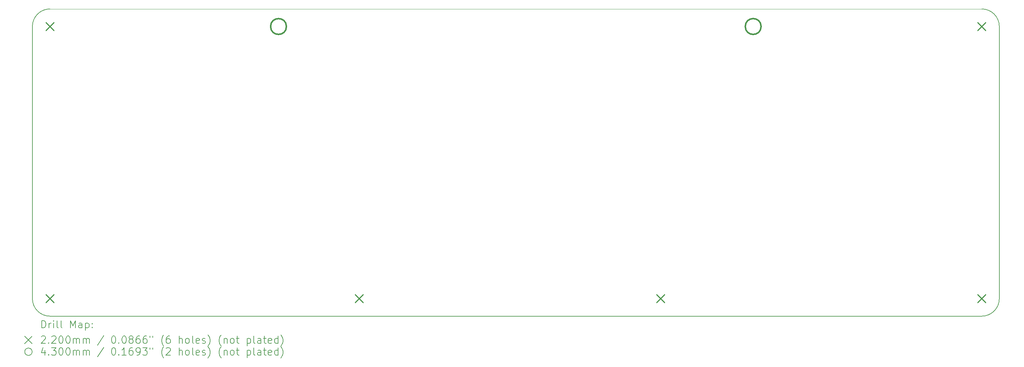
<source format=gbr>
%TF.GenerationSoftware,KiCad,Pcbnew,9.0.0*%
%TF.CreationDate,2025-03-21T09:46:36+01:00*%
%TF.ProjectId,litl_base,6c69746c-5f62-4617-9365-2e6b69636164,rev?*%
%TF.SameCoordinates,Original*%
%TF.FileFunction,Drillmap*%
%TF.FilePolarity,Positive*%
%FSLAX45Y45*%
G04 Gerber Fmt 4.5, Leading zero omitted, Abs format (unit mm)*
G04 Created by KiCad (PCBNEW 9.0.0) date 2025-03-21 09:46:36*
%MOMM*%
%LPD*%
G01*
G04 APERTURE LIST*
%ADD10C,0.150000*%
%ADD11C,0.100000*%
%ADD12C,0.200000*%
%ADD13C,0.220000*%
%ADD14C,0.430000*%
G04 APERTURE END LIST*
D10*
X2387500Y-14325000D02*
X27695000Y-14325000D01*
X28172500Y-13847500D02*
G75*
G02*
X27695000Y-14325000I-477500J0D01*
G01*
X2387500Y-14325000D02*
G75*
G02*
X1910000Y-13847500I0J477500D01*
G01*
X28172500Y-13847500D02*
X28172500Y-6446250D01*
X1910000Y-13847500D02*
X1910000Y-6446250D01*
X1910000Y-6446250D02*
G75*
G02*
X2387500Y-5968750I477500J0D01*
G01*
D11*
X2387500Y-5968750D02*
X27695000Y-5968750D01*
D10*
X27695000Y-5968750D02*
G75*
G02*
X28172500Y-6446250I0J-477500D01*
G01*
D12*
D13*
X2277500Y-6336250D02*
X2497500Y-6556250D01*
X2497500Y-6336250D02*
X2277500Y-6556250D01*
X2277500Y-13737500D02*
X2497500Y-13957500D01*
X2497500Y-13737500D02*
X2277500Y-13957500D01*
X10675410Y-13737500D02*
X10895410Y-13957500D01*
X10895410Y-13737500D02*
X10675410Y-13957500D01*
X18862080Y-13737500D02*
X19082080Y-13957500D01*
X19082080Y-13737500D02*
X18862080Y-13957500D01*
X27585000Y-6336250D02*
X27805000Y-6556250D01*
X27805000Y-6336250D02*
X27585000Y-6556250D01*
X27585000Y-13737500D02*
X27805000Y-13957500D01*
X27805000Y-13737500D02*
X27585000Y-13957500D01*
D14*
X8810000Y-6446250D02*
G75*
G02*
X8380000Y-6446250I-215000J0D01*
G01*
X8380000Y-6446250D02*
G75*
G02*
X8810000Y-6446250I215000J0D01*
G01*
X21702500Y-6446250D02*
G75*
G02*
X21272500Y-6446250I-215000J0D01*
G01*
X21272500Y-6446250D02*
G75*
G02*
X21702500Y-6446250I215000J0D01*
G01*
D12*
X2163277Y-14643984D02*
X2163277Y-14443984D01*
X2163277Y-14443984D02*
X2210896Y-14443984D01*
X2210896Y-14443984D02*
X2239467Y-14453508D01*
X2239467Y-14453508D02*
X2258515Y-14472555D01*
X2258515Y-14472555D02*
X2268039Y-14491603D01*
X2268039Y-14491603D02*
X2277563Y-14529698D01*
X2277563Y-14529698D02*
X2277563Y-14558269D01*
X2277563Y-14558269D02*
X2268039Y-14596365D01*
X2268039Y-14596365D02*
X2258515Y-14615412D01*
X2258515Y-14615412D02*
X2239467Y-14634460D01*
X2239467Y-14634460D02*
X2210896Y-14643984D01*
X2210896Y-14643984D02*
X2163277Y-14643984D01*
X2363277Y-14643984D02*
X2363277Y-14510650D01*
X2363277Y-14548746D02*
X2372801Y-14529698D01*
X2372801Y-14529698D02*
X2382324Y-14520174D01*
X2382324Y-14520174D02*
X2401372Y-14510650D01*
X2401372Y-14510650D02*
X2420420Y-14510650D01*
X2487086Y-14643984D02*
X2487086Y-14510650D01*
X2487086Y-14443984D02*
X2477563Y-14453508D01*
X2477563Y-14453508D02*
X2487086Y-14463031D01*
X2487086Y-14463031D02*
X2496610Y-14453508D01*
X2496610Y-14453508D02*
X2487086Y-14443984D01*
X2487086Y-14443984D02*
X2487086Y-14463031D01*
X2610896Y-14643984D02*
X2591848Y-14634460D01*
X2591848Y-14634460D02*
X2582324Y-14615412D01*
X2582324Y-14615412D02*
X2582324Y-14443984D01*
X2715658Y-14643984D02*
X2696610Y-14634460D01*
X2696610Y-14634460D02*
X2687086Y-14615412D01*
X2687086Y-14615412D02*
X2687086Y-14443984D01*
X2944229Y-14643984D02*
X2944229Y-14443984D01*
X2944229Y-14443984D02*
X3010896Y-14586841D01*
X3010896Y-14586841D02*
X3077562Y-14443984D01*
X3077562Y-14443984D02*
X3077562Y-14643984D01*
X3258515Y-14643984D02*
X3258515Y-14539222D01*
X3258515Y-14539222D02*
X3248991Y-14520174D01*
X3248991Y-14520174D02*
X3229943Y-14510650D01*
X3229943Y-14510650D02*
X3191848Y-14510650D01*
X3191848Y-14510650D02*
X3172801Y-14520174D01*
X3258515Y-14634460D02*
X3239467Y-14643984D01*
X3239467Y-14643984D02*
X3191848Y-14643984D01*
X3191848Y-14643984D02*
X3172801Y-14634460D01*
X3172801Y-14634460D02*
X3163277Y-14615412D01*
X3163277Y-14615412D02*
X3163277Y-14596365D01*
X3163277Y-14596365D02*
X3172801Y-14577317D01*
X3172801Y-14577317D02*
X3191848Y-14567793D01*
X3191848Y-14567793D02*
X3239467Y-14567793D01*
X3239467Y-14567793D02*
X3258515Y-14558269D01*
X3353753Y-14510650D02*
X3353753Y-14710650D01*
X3353753Y-14520174D02*
X3372801Y-14510650D01*
X3372801Y-14510650D02*
X3410896Y-14510650D01*
X3410896Y-14510650D02*
X3429943Y-14520174D01*
X3429943Y-14520174D02*
X3439467Y-14529698D01*
X3439467Y-14529698D02*
X3448991Y-14548746D01*
X3448991Y-14548746D02*
X3448991Y-14605888D01*
X3448991Y-14605888D02*
X3439467Y-14624936D01*
X3439467Y-14624936D02*
X3429943Y-14634460D01*
X3429943Y-14634460D02*
X3410896Y-14643984D01*
X3410896Y-14643984D02*
X3372801Y-14643984D01*
X3372801Y-14643984D02*
X3353753Y-14634460D01*
X3534705Y-14624936D02*
X3544229Y-14634460D01*
X3544229Y-14634460D02*
X3534705Y-14643984D01*
X3534705Y-14643984D02*
X3525182Y-14634460D01*
X3525182Y-14634460D02*
X3534705Y-14624936D01*
X3534705Y-14624936D02*
X3534705Y-14643984D01*
X3534705Y-14520174D02*
X3544229Y-14529698D01*
X3544229Y-14529698D02*
X3534705Y-14539222D01*
X3534705Y-14539222D02*
X3525182Y-14529698D01*
X3525182Y-14529698D02*
X3534705Y-14520174D01*
X3534705Y-14520174D02*
X3534705Y-14539222D01*
X1702500Y-14872500D02*
X1902500Y-15072500D01*
X1902500Y-14872500D02*
X1702500Y-15072500D01*
X2153753Y-14883031D02*
X2163277Y-14873508D01*
X2163277Y-14873508D02*
X2182324Y-14863984D01*
X2182324Y-14863984D02*
X2229944Y-14863984D01*
X2229944Y-14863984D02*
X2248991Y-14873508D01*
X2248991Y-14873508D02*
X2258515Y-14883031D01*
X2258515Y-14883031D02*
X2268039Y-14902079D01*
X2268039Y-14902079D02*
X2268039Y-14921127D01*
X2268039Y-14921127D02*
X2258515Y-14949698D01*
X2258515Y-14949698D02*
X2144229Y-15063984D01*
X2144229Y-15063984D02*
X2268039Y-15063984D01*
X2353753Y-15044936D02*
X2363277Y-15054460D01*
X2363277Y-15054460D02*
X2353753Y-15063984D01*
X2353753Y-15063984D02*
X2344229Y-15054460D01*
X2344229Y-15054460D02*
X2353753Y-15044936D01*
X2353753Y-15044936D02*
X2353753Y-15063984D01*
X2439467Y-14883031D02*
X2448991Y-14873508D01*
X2448991Y-14873508D02*
X2468039Y-14863984D01*
X2468039Y-14863984D02*
X2515658Y-14863984D01*
X2515658Y-14863984D02*
X2534705Y-14873508D01*
X2534705Y-14873508D02*
X2544229Y-14883031D01*
X2544229Y-14883031D02*
X2553753Y-14902079D01*
X2553753Y-14902079D02*
X2553753Y-14921127D01*
X2553753Y-14921127D02*
X2544229Y-14949698D01*
X2544229Y-14949698D02*
X2429944Y-15063984D01*
X2429944Y-15063984D02*
X2553753Y-15063984D01*
X2677563Y-14863984D02*
X2696610Y-14863984D01*
X2696610Y-14863984D02*
X2715658Y-14873508D01*
X2715658Y-14873508D02*
X2725182Y-14883031D01*
X2725182Y-14883031D02*
X2734705Y-14902079D01*
X2734705Y-14902079D02*
X2744229Y-14940174D01*
X2744229Y-14940174D02*
X2744229Y-14987793D01*
X2744229Y-14987793D02*
X2734705Y-15025888D01*
X2734705Y-15025888D02*
X2725182Y-15044936D01*
X2725182Y-15044936D02*
X2715658Y-15054460D01*
X2715658Y-15054460D02*
X2696610Y-15063984D01*
X2696610Y-15063984D02*
X2677563Y-15063984D01*
X2677563Y-15063984D02*
X2658515Y-15054460D01*
X2658515Y-15054460D02*
X2648991Y-15044936D01*
X2648991Y-15044936D02*
X2639467Y-15025888D01*
X2639467Y-15025888D02*
X2629944Y-14987793D01*
X2629944Y-14987793D02*
X2629944Y-14940174D01*
X2629944Y-14940174D02*
X2639467Y-14902079D01*
X2639467Y-14902079D02*
X2648991Y-14883031D01*
X2648991Y-14883031D02*
X2658515Y-14873508D01*
X2658515Y-14873508D02*
X2677563Y-14863984D01*
X2868039Y-14863984D02*
X2887086Y-14863984D01*
X2887086Y-14863984D02*
X2906134Y-14873508D01*
X2906134Y-14873508D02*
X2915658Y-14883031D01*
X2915658Y-14883031D02*
X2925182Y-14902079D01*
X2925182Y-14902079D02*
X2934705Y-14940174D01*
X2934705Y-14940174D02*
X2934705Y-14987793D01*
X2934705Y-14987793D02*
X2925182Y-15025888D01*
X2925182Y-15025888D02*
X2915658Y-15044936D01*
X2915658Y-15044936D02*
X2906134Y-15054460D01*
X2906134Y-15054460D02*
X2887086Y-15063984D01*
X2887086Y-15063984D02*
X2868039Y-15063984D01*
X2868039Y-15063984D02*
X2848991Y-15054460D01*
X2848991Y-15054460D02*
X2839467Y-15044936D01*
X2839467Y-15044936D02*
X2829943Y-15025888D01*
X2829943Y-15025888D02*
X2820420Y-14987793D01*
X2820420Y-14987793D02*
X2820420Y-14940174D01*
X2820420Y-14940174D02*
X2829943Y-14902079D01*
X2829943Y-14902079D02*
X2839467Y-14883031D01*
X2839467Y-14883031D02*
X2848991Y-14873508D01*
X2848991Y-14873508D02*
X2868039Y-14863984D01*
X3020420Y-15063984D02*
X3020420Y-14930650D01*
X3020420Y-14949698D02*
X3029943Y-14940174D01*
X3029943Y-14940174D02*
X3048991Y-14930650D01*
X3048991Y-14930650D02*
X3077563Y-14930650D01*
X3077563Y-14930650D02*
X3096610Y-14940174D01*
X3096610Y-14940174D02*
X3106134Y-14959222D01*
X3106134Y-14959222D02*
X3106134Y-15063984D01*
X3106134Y-14959222D02*
X3115658Y-14940174D01*
X3115658Y-14940174D02*
X3134705Y-14930650D01*
X3134705Y-14930650D02*
X3163277Y-14930650D01*
X3163277Y-14930650D02*
X3182324Y-14940174D01*
X3182324Y-14940174D02*
X3191848Y-14959222D01*
X3191848Y-14959222D02*
X3191848Y-15063984D01*
X3287086Y-15063984D02*
X3287086Y-14930650D01*
X3287086Y-14949698D02*
X3296610Y-14940174D01*
X3296610Y-14940174D02*
X3315658Y-14930650D01*
X3315658Y-14930650D02*
X3344229Y-14930650D01*
X3344229Y-14930650D02*
X3363277Y-14940174D01*
X3363277Y-14940174D02*
X3372801Y-14959222D01*
X3372801Y-14959222D02*
X3372801Y-15063984D01*
X3372801Y-14959222D02*
X3382324Y-14940174D01*
X3382324Y-14940174D02*
X3401372Y-14930650D01*
X3401372Y-14930650D02*
X3429943Y-14930650D01*
X3429943Y-14930650D02*
X3448991Y-14940174D01*
X3448991Y-14940174D02*
X3458515Y-14959222D01*
X3458515Y-14959222D02*
X3458515Y-15063984D01*
X3848991Y-14854460D02*
X3677563Y-15111603D01*
X4106134Y-14863984D02*
X4125182Y-14863984D01*
X4125182Y-14863984D02*
X4144229Y-14873508D01*
X4144229Y-14873508D02*
X4153753Y-14883031D01*
X4153753Y-14883031D02*
X4163277Y-14902079D01*
X4163277Y-14902079D02*
X4172801Y-14940174D01*
X4172801Y-14940174D02*
X4172801Y-14987793D01*
X4172801Y-14987793D02*
X4163277Y-15025888D01*
X4163277Y-15025888D02*
X4153753Y-15044936D01*
X4153753Y-15044936D02*
X4144229Y-15054460D01*
X4144229Y-15054460D02*
X4125182Y-15063984D01*
X4125182Y-15063984D02*
X4106134Y-15063984D01*
X4106134Y-15063984D02*
X4087086Y-15054460D01*
X4087086Y-15054460D02*
X4077563Y-15044936D01*
X4077563Y-15044936D02*
X4068039Y-15025888D01*
X4068039Y-15025888D02*
X4058515Y-14987793D01*
X4058515Y-14987793D02*
X4058515Y-14940174D01*
X4058515Y-14940174D02*
X4068039Y-14902079D01*
X4068039Y-14902079D02*
X4077563Y-14883031D01*
X4077563Y-14883031D02*
X4087086Y-14873508D01*
X4087086Y-14873508D02*
X4106134Y-14863984D01*
X4258515Y-15044936D02*
X4268039Y-15054460D01*
X4268039Y-15054460D02*
X4258515Y-15063984D01*
X4258515Y-15063984D02*
X4248991Y-15054460D01*
X4248991Y-15054460D02*
X4258515Y-15044936D01*
X4258515Y-15044936D02*
X4258515Y-15063984D01*
X4391848Y-14863984D02*
X4410896Y-14863984D01*
X4410896Y-14863984D02*
X4429944Y-14873508D01*
X4429944Y-14873508D02*
X4439468Y-14883031D01*
X4439468Y-14883031D02*
X4448991Y-14902079D01*
X4448991Y-14902079D02*
X4458515Y-14940174D01*
X4458515Y-14940174D02*
X4458515Y-14987793D01*
X4458515Y-14987793D02*
X4448991Y-15025888D01*
X4448991Y-15025888D02*
X4439468Y-15044936D01*
X4439468Y-15044936D02*
X4429944Y-15054460D01*
X4429944Y-15054460D02*
X4410896Y-15063984D01*
X4410896Y-15063984D02*
X4391848Y-15063984D01*
X4391848Y-15063984D02*
X4372801Y-15054460D01*
X4372801Y-15054460D02*
X4363277Y-15044936D01*
X4363277Y-15044936D02*
X4353753Y-15025888D01*
X4353753Y-15025888D02*
X4344229Y-14987793D01*
X4344229Y-14987793D02*
X4344229Y-14940174D01*
X4344229Y-14940174D02*
X4353753Y-14902079D01*
X4353753Y-14902079D02*
X4363277Y-14883031D01*
X4363277Y-14883031D02*
X4372801Y-14873508D01*
X4372801Y-14873508D02*
X4391848Y-14863984D01*
X4572801Y-14949698D02*
X4553753Y-14940174D01*
X4553753Y-14940174D02*
X4544229Y-14930650D01*
X4544229Y-14930650D02*
X4534706Y-14911603D01*
X4534706Y-14911603D02*
X4534706Y-14902079D01*
X4534706Y-14902079D02*
X4544229Y-14883031D01*
X4544229Y-14883031D02*
X4553753Y-14873508D01*
X4553753Y-14873508D02*
X4572801Y-14863984D01*
X4572801Y-14863984D02*
X4610896Y-14863984D01*
X4610896Y-14863984D02*
X4629944Y-14873508D01*
X4629944Y-14873508D02*
X4639468Y-14883031D01*
X4639468Y-14883031D02*
X4648991Y-14902079D01*
X4648991Y-14902079D02*
X4648991Y-14911603D01*
X4648991Y-14911603D02*
X4639468Y-14930650D01*
X4639468Y-14930650D02*
X4629944Y-14940174D01*
X4629944Y-14940174D02*
X4610896Y-14949698D01*
X4610896Y-14949698D02*
X4572801Y-14949698D01*
X4572801Y-14949698D02*
X4553753Y-14959222D01*
X4553753Y-14959222D02*
X4544229Y-14968746D01*
X4544229Y-14968746D02*
X4534706Y-14987793D01*
X4534706Y-14987793D02*
X4534706Y-15025888D01*
X4534706Y-15025888D02*
X4544229Y-15044936D01*
X4544229Y-15044936D02*
X4553753Y-15054460D01*
X4553753Y-15054460D02*
X4572801Y-15063984D01*
X4572801Y-15063984D02*
X4610896Y-15063984D01*
X4610896Y-15063984D02*
X4629944Y-15054460D01*
X4629944Y-15054460D02*
X4639468Y-15044936D01*
X4639468Y-15044936D02*
X4648991Y-15025888D01*
X4648991Y-15025888D02*
X4648991Y-14987793D01*
X4648991Y-14987793D02*
X4639468Y-14968746D01*
X4639468Y-14968746D02*
X4629944Y-14959222D01*
X4629944Y-14959222D02*
X4610896Y-14949698D01*
X4820420Y-14863984D02*
X4782325Y-14863984D01*
X4782325Y-14863984D02*
X4763277Y-14873508D01*
X4763277Y-14873508D02*
X4753753Y-14883031D01*
X4753753Y-14883031D02*
X4734706Y-14911603D01*
X4734706Y-14911603D02*
X4725182Y-14949698D01*
X4725182Y-14949698D02*
X4725182Y-15025888D01*
X4725182Y-15025888D02*
X4734706Y-15044936D01*
X4734706Y-15044936D02*
X4744229Y-15054460D01*
X4744229Y-15054460D02*
X4763277Y-15063984D01*
X4763277Y-15063984D02*
X4801372Y-15063984D01*
X4801372Y-15063984D02*
X4820420Y-15054460D01*
X4820420Y-15054460D02*
X4829944Y-15044936D01*
X4829944Y-15044936D02*
X4839468Y-15025888D01*
X4839468Y-15025888D02*
X4839468Y-14978269D01*
X4839468Y-14978269D02*
X4829944Y-14959222D01*
X4829944Y-14959222D02*
X4820420Y-14949698D01*
X4820420Y-14949698D02*
X4801372Y-14940174D01*
X4801372Y-14940174D02*
X4763277Y-14940174D01*
X4763277Y-14940174D02*
X4744229Y-14949698D01*
X4744229Y-14949698D02*
X4734706Y-14959222D01*
X4734706Y-14959222D02*
X4725182Y-14978269D01*
X5010896Y-14863984D02*
X4972801Y-14863984D01*
X4972801Y-14863984D02*
X4953753Y-14873508D01*
X4953753Y-14873508D02*
X4944229Y-14883031D01*
X4944229Y-14883031D02*
X4925182Y-14911603D01*
X4925182Y-14911603D02*
X4915658Y-14949698D01*
X4915658Y-14949698D02*
X4915658Y-15025888D01*
X4915658Y-15025888D02*
X4925182Y-15044936D01*
X4925182Y-15044936D02*
X4934706Y-15054460D01*
X4934706Y-15054460D02*
X4953753Y-15063984D01*
X4953753Y-15063984D02*
X4991849Y-15063984D01*
X4991849Y-15063984D02*
X5010896Y-15054460D01*
X5010896Y-15054460D02*
X5020420Y-15044936D01*
X5020420Y-15044936D02*
X5029944Y-15025888D01*
X5029944Y-15025888D02*
X5029944Y-14978269D01*
X5029944Y-14978269D02*
X5020420Y-14959222D01*
X5020420Y-14959222D02*
X5010896Y-14949698D01*
X5010896Y-14949698D02*
X4991849Y-14940174D01*
X4991849Y-14940174D02*
X4953753Y-14940174D01*
X4953753Y-14940174D02*
X4934706Y-14949698D01*
X4934706Y-14949698D02*
X4925182Y-14959222D01*
X4925182Y-14959222D02*
X4915658Y-14978269D01*
X5106134Y-14863984D02*
X5106134Y-14902079D01*
X5182325Y-14863984D02*
X5182325Y-14902079D01*
X5477563Y-15140174D02*
X5468039Y-15130650D01*
X5468039Y-15130650D02*
X5448991Y-15102079D01*
X5448991Y-15102079D02*
X5439468Y-15083031D01*
X5439468Y-15083031D02*
X5429944Y-15054460D01*
X5429944Y-15054460D02*
X5420420Y-15006841D01*
X5420420Y-15006841D02*
X5420420Y-14968746D01*
X5420420Y-14968746D02*
X5429944Y-14921127D01*
X5429944Y-14921127D02*
X5439468Y-14892555D01*
X5439468Y-14892555D02*
X5448991Y-14873508D01*
X5448991Y-14873508D02*
X5468039Y-14844936D01*
X5468039Y-14844936D02*
X5477563Y-14835412D01*
X5639468Y-14863984D02*
X5601372Y-14863984D01*
X5601372Y-14863984D02*
X5582325Y-14873508D01*
X5582325Y-14873508D02*
X5572801Y-14883031D01*
X5572801Y-14883031D02*
X5553753Y-14911603D01*
X5553753Y-14911603D02*
X5544230Y-14949698D01*
X5544230Y-14949698D02*
X5544230Y-15025888D01*
X5544230Y-15025888D02*
X5553753Y-15044936D01*
X5553753Y-15044936D02*
X5563277Y-15054460D01*
X5563277Y-15054460D02*
X5582325Y-15063984D01*
X5582325Y-15063984D02*
X5620420Y-15063984D01*
X5620420Y-15063984D02*
X5639468Y-15054460D01*
X5639468Y-15054460D02*
X5648991Y-15044936D01*
X5648991Y-15044936D02*
X5658515Y-15025888D01*
X5658515Y-15025888D02*
X5658515Y-14978269D01*
X5658515Y-14978269D02*
X5648991Y-14959222D01*
X5648991Y-14959222D02*
X5639468Y-14949698D01*
X5639468Y-14949698D02*
X5620420Y-14940174D01*
X5620420Y-14940174D02*
X5582325Y-14940174D01*
X5582325Y-14940174D02*
X5563277Y-14949698D01*
X5563277Y-14949698D02*
X5553753Y-14959222D01*
X5553753Y-14959222D02*
X5544230Y-14978269D01*
X5896610Y-15063984D02*
X5896610Y-14863984D01*
X5982325Y-15063984D02*
X5982325Y-14959222D01*
X5982325Y-14959222D02*
X5972801Y-14940174D01*
X5972801Y-14940174D02*
X5953753Y-14930650D01*
X5953753Y-14930650D02*
X5925182Y-14930650D01*
X5925182Y-14930650D02*
X5906134Y-14940174D01*
X5906134Y-14940174D02*
X5896610Y-14949698D01*
X6106134Y-15063984D02*
X6087087Y-15054460D01*
X6087087Y-15054460D02*
X6077563Y-15044936D01*
X6077563Y-15044936D02*
X6068039Y-15025888D01*
X6068039Y-15025888D02*
X6068039Y-14968746D01*
X6068039Y-14968746D02*
X6077563Y-14949698D01*
X6077563Y-14949698D02*
X6087087Y-14940174D01*
X6087087Y-14940174D02*
X6106134Y-14930650D01*
X6106134Y-14930650D02*
X6134706Y-14930650D01*
X6134706Y-14930650D02*
X6153753Y-14940174D01*
X6153753Y-14940174D02*
X6163277Y-14949698D01*
X6163277Y-14949698D02*
X6172801Y-14968746D01*
X6172801Y-14968746D02*
X6172801Y-15025888D01*
X6172801Y-15025888D02*
X6163277Y-15044936D01*
X6163277Y-15044936D02*
X6153753Y-15054460D01*
X6153753Y-15054460D02*
X6134706Y-15063984D01*
X6134706Y-15063984D02*
X6106134Y-15063984D01*
X6287087Y-15063984D02*
X6268039Y-15054460D01*
X6268039Y-15054460D02*
X6258515Y-15035412D01*
X6258515Y-15035412D02*
X6258515Y-14863984D01*
X6439468Y-15054460D02*
X6420420Y-15063984D01*
X6420420Y-15063984D02*
X6382325Y-15063984D01*
X6382325Y-15063984D02*
X6363277Y-15054460D01*
X6363277Y-15054460D02*
X6353753Y-15035412D01*
X6353753Y-15035412D02*
X6353753Y-14959222D01*
X6353753Y-14959222D02*
X6363277Y-14940174D01*
X6363277Y-14940174D02*
X6382325Y-14930650D01*
X6382325Y-14930650D02*
X6420420Y-14930650D01*
X6420420Y-14930650D02*
X6439468Y-14940174D01*
X6439468Y-14940174D02*
X6448991Y-14959222D01*
X6448991Y-14959222D02*
X6448991Y-14978269D01*
X6448991Y-14978269D02*
X6353753Y-14997317D01*
X6525182Y-15054460D02*
X6544230Y-15063984D01*
X6544230Y-15063984D02*
X6582325Y-15063984D01*
X6582325Y-15063984D02*
X6601372Y-15054460D01*
X6601372Y-15054460D02*
X6610896Y-15035412D01*
X6610896Y-15035412D02*
X6610896Y-15025888D01*
X6610896Y-15025888D02*
X6601372Y-15006841D01*
X6601372Y-15006841D02*
X6582325Y-14997317D01*
X6582325Y-14997317D02*
X6553753Y-14997317D01*
X6553753Y-14997317D02*
X6534706Y-14987793D01*
X6534706Y-14987793D02*
X6525182Y-14968746D01*
X6525182Y-14968746D02*
X6525182Y-14959222D01*
X6525182Y-14959222D02*
X6534706Y-14940174D01*
X6534706Y-14940174D02*
X6553753Y-14930650D01*
X6553753Y-14930650D02*
X6582325Y-14930650D01*
X6582325Y-14930650D02*
X6601372Y-14940174D01*
X6677563Y-15140174D02*
X6687087Y-15130650D01*
X6687087Y-15130650D02*
X6706134Y-15102079D01*
X6706134Y-15102079D02*
X6715658Y-15083031D01*
X6715658Y-15083031D02*
X6725182Y-15054460D01*
X6725182Y-15054460D02*
X6734706Y-15006841D01*
X6734706Y-15006841D02*
X6734706Y-14968746D01*
X6734706Y-14968746D02*
X6725182Y-14921127D01*
X6725182Y-14921127D02*
X6715658Y-14892555D01*
X6715658Y-14892555D02*
X6706134Y-14873508D01*
X6706134Y-14873508D02*
X6687087Y-14844936D01*
X6687087Y-14844936D02*
X6677563Y-14835412D01*
X7039468Y-15140174D02*
X7029944Y-15130650D01*
X7029944Y-15130650D02*
X7010896Y-15102079D01*
X7010896Y-15102079D02*
X7001372Y-15083031D01*
X7001372Y-15083031D02*
X6991849Y-15054460D01*
X6991849Y-15054460D02*
X6982325Y-15006841D01*
X6982325Y-15006841D02*
X6982325Y-14968746D01*
X6982325Y-14968746D02*
X6991849Y-14921127D01*
X6991849Y-14921127D02*
X7001372Y-14892555D01*
X7001372Y-14892555D02*
X7010896Y-14873508D01*
X7010896Y-14873508D02*
X7029944Y-14844936D01*
X7029944Y-14844936D02*
X7039468Y-14835412D01*
X7115658Y-14930650D02*
X7115658Y-15063984D01*
X7115658Y-14949698D02*
X7125182Y-14940174D01*
X7125182Y-14940174D02*
X7144230Y-14930650D01*
X7144230Y-14930650D02*
X7172801Y-14930650D01*
X7172801Y-14930650D02*
X7191849Y-14940174D01*
X7191849Y-14940174D02*
X7201372Y-14959222D01*
X7201372Y-14959222D02*
X7201372Y-15063984D01*
X7325182Y-15063984D02*
X7306134Y-15054460D01*
X7306134Y-15054460D02*
X7296611Y-15044936D01*
X7296611Y-15044936D02*
X7287087Y-15025888D01*
X7287087Y-15025888D02*
X7287087Y-14968746D01*
X7287087Y-14968746D02*
X7296611Y-14949698D01*
X7296611Y-14949698D02*
X7306134Y-14940174D01*
X7306134Y-14940174D02*
X7325182Y-14930650D01*
X7325182Y-14930650D02*
X7353753Y-14930650D01*
X7353753Y-14930650D02*
X7372801Y-14940174D01*
X7372801Y-14940174D02*
X7382325Y-14949698D01*
X7382325Y-14949698D02*
X7391849Y-14968746D01*
X7391849Y-14968746D02*
X7391849Y-15025888D01*
X7391849Y-15025888D02*
X7382325Y-15044936D01*
X7382325Y-15044936D02*
X7372801Y-15054460D01*
X7372801Y-15054460D02*
X7353753Y-15063984D01*
X7353753Y-15063984D02*
X7325182Y-15063984D01*
X7448992Y-14930650D02*
X7525182Y-14930650D01*
X7477563Y-14863984D02*
X7477563Y-15035412D01*
X7477563Y-15035412D02*
X7487087Y-15054460D01*
X7487087Y-15054460D02*
X7506134Y-15063984D01*
X7506134Y-15063984D02*
X7525182Y-15063984D01*
X7744230Y-14930650D02*
X7744230Y-15130650D01*
X7744230Y-14940174D02*
X7763277Y-14930650D01*
X7763277Y-14930650D02*
X7801373Y-14930650D01*
X7801373Y-14930650D02*
X7820420Y-14940174D01*
X7820420Y-14940174D02*
X7829944Y-14949698D01*
X7829944Y-14949698D02*
X7839468Y-14968746D01*
X7839468Y-14968746D02*
X7839468Y-15025888D01*
X7839468Y-15025888D02*
X7829944Y-15044936D01*
X7829944Y-15044936D02*
X7820420Y-15054460D01*
X7820420Y-15054460D02*
X7801373Y-15063984D01*
X7801373Y-15063984D02*
X7763277Y-15063984D01*
X7763277Y-15063984D02*
X7744230Y-15054460D01*
X7953753Y-15063984D02*
X7934706Y-15054460D01*
X7934706Y-15054460D02*
X7925182Y-15035412D01*
X7925182Y-15035412D02*
X7925182Y-14863984D01*
X8115658Y-15063984D02*
X8115658Y-14959222D01*
X8115658Y-14959222D02*
X8106134Y-14940174D01*
X8106134Y-14940174D02*
X8087087Y-14930650D01*
X8087087Y-14930650D02*
X8048992Y-14930650D01*
X8048992Y-14930650D02*
X8029944Y-14940174D01*
X8115658Y-15054460D02*
X8096611Y-15063984D01*
X8096611Y-15063984D02*
X8048992Y-15063984D01*
X8048992Y-15063984D02*
X8029944Y-15054460D01*
X8029944Y-15054460D02*
X8020420Y-15035412D01*
X8020420Y-15035412D02*
X8020420Y-15016365D01*
X8020420Y-15016365D02*
X8029944Y-14997317D01*
X8029944Y-14997317D02*
X8048992Y-14987793D01*
X8048992Y-14987793D02*
X8096611Y-14987793D01*
X8096611Y-14987793D02*
X8115658Y-14978269D01*
X8182325Y-14930650D02*
X8258515Y-14930650D01*
X8210896Y-14863984D02*
X8210896Y-15035412D01*
X8210896Y-15035412D02*
X8220420Y-15054460D01*
X8220420Y-15054460D02*
X8239468Y-15063984D01*
X8239468Y-15063984D02*
X8258515Y-15063984D01*
X8401373Y-15054460D02*
X8382325Y-15063984D01*
X8382325Y-15063984D02*
X8344230Y-15063984D01*
X8344230Y-15063984D02*
X8325182Y-15054460D01*
X8325182Y-15054460D02*
X8315658Y-15035412D01*
X8315658Y-15035412D02*
X8315658Y-14959222D01*
X8315658Y-14959222D02*
X8325182Y-14940174D01*
X8325182Y-14940174D02*
X8344230Y-14930650D01*
X8344230Y-14930650D02*
X8382325Y-14930650D01*
X8382325Y-14930650D02*
X8401373Y-14940174D01*
X8401373Y-14940174D02*
X8410896Y-14959222D01*
X8410896Y-14959222D02*
X8410896Y-14978269D01*
X8410896Y-14978269D02*
X8315658Y-14997317D01*
X8582325Y-15063984D02*
X8582325Y-14863984D01*
X8582325Y-15054460D02*
X8563277Y-15063984D01*
X8563277Y-15063984D02*
X8525182Y-15063984D01*
X8525182Y-15063984D02*
X8506135Y-15054460D01*
X8506135Y-15054460D02*
X8496611Y-15044936D01*
X8496611Y-15044936D02*
X8487087Y-15025888D01*
X8487087Y-15025888D02*
X8487087Y-14968746D01*
X8487087Y-14968746D02*
X8496611Y-14949698D01*
X8496611Y-14949698D02*
X8506135Y-14940174D01*
X8506135Y-14940174D02*
X8525182Y-14930650D01*
X8525182Y-14930650D02*
X8563277Y-14930650D01*
X8563277Y-14930650D02*
X8582325Y-14940174D01*
X8658516Y-15140174D02*
X8668039Y-15130650D01*
X8668039Y-15130650D02*
X8687087Y-15102079D01*
X8687087Y-15102079D02*
X8696611Y-15083031D01*
X8696611Y-15083031D02*
X8706135Y-15054460D01*
X8706135Y-15054460D02*
X8715658Y-15006841D01*
X8715658Y-15006841D02*
X8715658Y-14968746D01*
X8715658Y-14968746D02*
X8706135Y-14921127D01*
X8706135Y-14921127D02*
X8696611Y-14892555D01*
X8696611Y-14892555D02*
X8687087Y-14873508D01*
X8687087Y-14873508D02*
X8668039Y-14844936D01*
X8668039Y-14844936D02*
X8658516Y-14835412D01*
X1902500Y-15292500D02*
G75*
G02*
X1702500Y-15292500I-100000J0D01*
G01*
X1702500Y-15292500D02*
G75*
G02*
X1902500Y-15292500I100000J0D01*
G01*
X2248991Y-15250650D02*
X2248991Y-15383984D01*
X2201372Y-15174460D02*
X2153753Y-15317317D01*
X2153753Y-15317317D02*
X2277563Y-15317317D01*
X2353753Y-15364936D02*
X2363277Y-15374460D01*
X2363277Y-15374460D02*
X2353753Y-15383984D01*
X2353753Y-15383984D02*
X2344229Y-15374460D01*
X2344229Y-15374460D02*
X2353753Y-15364936D01*
X2353753Y-15364936D02*
X2353753Y-15383984D01*
X2429944Y-15183984D02*
X2553753Y-15183984D01*
X2553753Y-15183984D02*
X2487086Y-15260174D01*
X2487086Y-15260174D02*
X2515658Y-15260174D01*
X2515658Y-15260174D02*
X2534705Y-15269698D01*
X2534705Y-15269698D02*
X2544229Y-15279222D01*
X2544229Y-15279222D02*
X2553753Y-15298269D01*
X2553753Y-15298269D02*
X2553753Y-15345888D01*
X2553753Y-15345888D02*
X2544229Y-15364936D01*
X2544229Y-15364936D02*
X2534705Y-15374460D01*
X2534705Y-15374460D02*
X2515658Y-15383984D01*
X2515658Y-15383984D02*
X2458515Y-15383984D01*
X2458515Y-15383984D02*
X2439467Y-15374460D01*
X2439467Y-15374460D02*
X2429944Y-15364936D01*
X2677563Y-15183984D02*
X2696610Y-15183984D01*
X2696610Y-15183984D02*
X2715658Y-15193508D01*
X2715658Y-15193508D02*
X2725182Y-15203031D01*
X2725182Y-15203031D02*
X2734705Y-15222079D01*
X2734705Y-15222079D02*
X2744229Y-15260174D01*
X2744229Y-15260174D02*
X2744229Y-15307793D01*
X2744229Y-15307793D02*
X2734705Y-15345888D01*
X2734705Y-15345888D02*
X2725182Y-15364936D01*
X2725182Y-15364936D02*
X2715658Y-15374460D01*
X2715658Y-15374460D02*
X2696610Y-15383984D01*
X2696610Y-15383984D02*
X2677563Y-15383984D01*
X2677563Y-15383984D02*
X2658515Y-15374460D01*
X2658515Y-15374460D02*
X2648991Y-15364936D01*
X2648991Y-15364936D02*
X2639467Y-15345888D01*
X2639467Y-15345888D02*
X2629944Y-15307793D01*
X2629944Y-15307793D02*
X2629944Y-15260174D01*
X2629944Y-15260174D02*
X2639467Y-15222079D01*
X2639467Y-15222079D02*
X2648991Y-15203031D01*
X2648991Y-15203031D02*
X2658515Y-15193508D01*
X2658515Y-15193508D02*
X2677563Y-15183984D01*
X2868039Y-15183984D02*
X2887086Y-15183984D01*
X2887086Y-15183984D02*
X2906134Y-15193508D01*
X2906134Y-15193508D02*
X2915658Y-15203031D01*
X2915658Y-15203031D02*
X2925182Y-15222079D01*
X2925182Y-15222079D02*
X2934705Y-15260174D01*
X2934705Y-15260174D02*
X2934705Y-15307793D01*
X2934705Y-15307793D02*
X2925182Y-15345888D01*
X2925182Y-15345888D02*
X2915658Y-15364936D01*
X2915658Y-15364936D02*
X2906134Y-15374460D01*
X2906134Y-15374460D02*
X2887086Y-15383984D01*
X2887086Y-15383984D02*
X2868039Y-15383984D01*
X2868039Y-15383984D02*
X2848991Y-15374460D01*
X2848991Y-15374460D02*
X2839467Y-15364936D01*
X2839467Y-15364936D02*
X2829943Y-15345888D01*
X2829943Y-15345888D02*
X2820420Y-15307793D01*
X2820420Y-15307793D02*
X2820420Y-15260174D01*
X2820420Y-15260174D02*
X2829943Y-15222079D01*
X2829943Y-15222079D02*
X2839467Y-15203031D01*
X2839467Y-15203031D02*
X2848991Y-15193508D01*
X2848991Y-15193508D02*
X2868039Y-15183984D01*
X3020420Y-15383984D02*
X3020420Y-15250650D01*
X3020420Y-15269698D02*
X3029943Y-15260174D01*
X3029943Y-15260174D02*
X3048991Y-15250650D01*
X3048991Y-15250650D02*
X3077563Y-15250650D01*
X3077563Y-15250650D02*
X3096610Y-15260174D01*
X3096610Y-15260174D02*
X3106134Y-15279222D01*
X3106134Y-15279222D02*
X3106134Y-15383984D01*
X3106134Y-15279222D02*
X3115658Y-15260174D01*
X3115658Y-15260174D02*
X3134705Y-15250650D01*
X3134705Y-15250650D02*
X3163277Y-15250650D01*
X3163277Y-15250650D02*
X3182324Y-15260174D01*
X3182324Y-15260174D02*
X3191848Y-15279222D01*
X3191848Y-15279222D02*
X3191848Y-15383984D01*
X3287086Y-15383984D02*
X3287086Y-15250650D01*
X3287086Y-15269698D02*
X3296610Y-15260174D01*
X3296610Y-15260174D02*
X3315658Y-15250650D01*
X3315658Y-15250650D02*
X3344229Y-15250650D01*
X3344229Y-15250650D02*
X3363277Y-15260174D01*
X3363277Y-15260174D02*
X3372801Y-15279222D01*
X3372801Y-15279222D02*
X3372801Y-15383984D01*
X3372801Y-15279222D02*
X3382324Y-15260174D01*
X3382324Y-15260174D02*
X3401372Y-15250650D01*
X3401372Y-15250650D02*
X3429943Y-15250650D01*
X3429943Y-15250650D02*
X3448991Y-15260174D01*
X3448991Y-15260174D02*
X3458515Y-15279222D01*
X3458515Y-15279222D02*
X3458515Y-15383984D01*
X3848991Y-15174460D02*
X3677563Y-15431603D01*
X4106134Y-15183984D02*
X4125182Y-15183984D01*
X4125182Y-15183984D02*
X4144229Y-15193508D01*
X4144229Y-15193508D02*
X4153753Y-15203031D01*
X4153753Y-15203031D02*
X4163277Y-15222079D01*
X4163277Y-15222079D02*
X4172801Y-15260174D01*
X4172801Y-15260174D02*
X4172801Y-15307793D01*
X4172801Y-15307793D02*
X4163277Y-15345888D01*
X4163277Y-15345888D02*
X4153753Y-15364936D01*
X4153753Y-15364936D02*
X4144229Y-15374460D01*
X4144229Y-15374460D02*
X4125182Y-15383984D01*
X4125182Y-15383984D02*
X4106134Y-15383984D01*
X4106134Y-15383984D02*
X4087086Y-15374460D01*
X4087086Y-15374460D02*
X4077563Y-15364936D01*
X4077563Y-15364936D02*
X4068039Y-15345888D01*
X4068039Y-15345888D02*
X4058515Y-15307793D01*
X4058515Y-15307793D02*
X4058515Y-15260174D01*
X4058515Y-15260174D02*
X4068039Y-15222079D01*
X4068039Y-15222079D02*
X4077563Y-15203031D01*
X4077563Y-15203031D02*
X4087086Y-15193508D01*
X4087086Y-15193508D02*
X4106134Y-15183984D01*
X4258515Y-15364936D02*
X4268039Y-15374460D01*
X4268039Y-15374460D02*
X4258515Y-15383984D01*
X4258515Y-15383984D02*
X4248991Y-15374460D01*
X4248991Y-15374460D02*
X4258515Y-15364936D01*
X4258515Y-15364936D02*
X4258515Y-15383984D01*
X4458515Y-15383984D02*
X4344229Y-15383984D01*
X4401372Y-15383984D02*
X4401372Y-15183984D01*
X4401372Y-15183984D02*
X4382325Y-15212555D01*
X4382325Y-15212555D02*
X4363277Y-15231603D01*
X4363277Y-15231603D02*
X4344229Y-15241127D01*
X4629944Y-15183984D02*
X4591848Y-15183984D01*
X4591848Y-15183984D02*
X4572801Y-15193508D01*
X4572801Y-15193508D02*
X4563277Y-15203031D01*
X4563277Y-15203031D02*
X4544229Y-15231603D01*
X4544229Y-15231603D02*
X4534706Y-15269698D01*
X4534706Y-15269698D02*
X4534706Y-15345888D01*
X4534706Y-15345888D02*
X4544229Y-15364936D01*
X4544229Y-15364936D02*
X4553753Y-15374460D01*
X4553753Y-15374460D02*
X4572801Y-15383984D01*
X4572801Y-15383984D02*
X4610896Y-15383984D01*
X4610896Y-15383984D02*
X4629944Y-15374460D01*
X4629944Y-15374460D02*
X4639468Y-15364936D01*
X4639468Y-15364936D02*
X4648991Y-15345888D01*
X4648991Y-15345888D02*
X4648991Y-15298269D01*
X4648991Y-15298269D02*
X4639468Y-15279222D01*
X4639468Y-15279222D02*
X4629944Y-15269698D01*
X4629944Y-15269698D02*
X4610896Y-15260174D01*
X4610896Y-15260174D02*
X4572801Y-15260174D01*
X4572801Y-15260174D02*
X4553753Y-15269698D01*
X4553753Y-15269698D02*
X4544229Y-15279222D01*
X4544229Y-15279222D02*
X4534706Y-15298269D01*
X4744229Y-15383984D02*
X4782325Y-15383984D01*
X4782325Y-15383984D02*
X4801372Y-15374460D01*
X4801372Y-15374460D02*
X4810896Y-15364936D01*
X4810896Y-15364936D02*
X4829944Y-15336365D01*
X4829944Y-15336365D02*
X4839468Y-15298269D01*
X4839468Y-15298269D02*
X4839468Y-15222079D01*
X4839468Y-15222079D02*
X4829944Y-15203031D01*
X4829944Y-15203031D02*
X4820420Y-15193508D01*
X4820420Y-15193508D02*
X4801372Y-15183984D01*
X4801372Y-15183984D02*
X4763277Y-15183984D01*
X4763277Y-15183984D02*
X4744229Y-15193508D01*
X4744229Y-15193508D02*
X4734706Y-15203031D01*
X4734706Y-15203031D02*
X4725182Y-15222079D01*
X4725182Y-15222079D02*
X4725182Y-15269698D01*
X4725182Y-15269698D02*
X4734706Y-15288746D01*
X4734706Y-15288746D02*
X4744229Y-15298269D01*
X4744229Y-15298269D02*
X4763277Y-15307793D01*
X4763277Y-15307793D02*
X4801372Y-15307793D01*
X4801372Y-15307793D02*
X4820420Y-15298269D01*
X4820420Y-15298269D02*
X4829944Y-15288746D01*
X4829944Y-15288746D02*
X4839468Y-15269698D01*
X4906134Y-15183984D02*
X5029944Y-15183984D01*
X5029944Y-15183984D02*
X4963277Y-15260174D01*
X4963277Y-15260174D02*
X4991849Y-15260174D01*
X4991849Y-15260174D02*
X5010896Y-15269698D01*
X5010896Y-15269698D02*
X5020420Y-15279222D01*
X5020420Y-15279222D02*
X5029944Y-15298269D01*
X5029944Y-15298269D02*
X5029944Y-15345888D01*
X5029944Y-15345888D02*
X5020420Y-15364936D01*
X5020420Y-15364936D02*
X5010896Y-15374460D01*
X5010896Y-15374460D02*
X4991849Y-15383984D01*
X4991849Y-15383984D02*
X4934706Y-15383984D01*
X4934706Y-15383984D02*
X4915658Y-15374460D01*
X4915658Y-15374460D02*
X4906134Y-15364936D01*
X5106134Y-15183984D02*
X5106134Y-15222079D01*
X5182325Y-15183984D02*
X5182325Y-15222079D01*
X5477563Y-15460174D02*
X5468039Y-15450650D01*
X5468039Y-15450650D02*
X5448991Y-15422079D01*
X5448991Y-15422079D02*
X5439468Y-15403031D01*
X5439468Y-15403031D02*
X5429944Y-15374460D01*
X5429944Y-15374460D02*
X5420420Y-15326841D01*
X5420420Y-15326841D02*
X5420420Y-15288746D01*
X5420420Y-15288746D02*
X5429944Y-15241127D01*
X5429944Y-15241127D02*
X5439468Y-15212555D01*
X5439468Y-15212555D02*
X5448991Y-15193508D01*
X5448991Y-15193508D02*
X5468039Y-15164936D01*
X5468039Y-15164936D02*
X5477563Y-15155412D01*
X5544230Y-15203031D02*
X5553753Y-15193508D01*
X5553753Y-15193508D02*
X5572801Y-15183984D01*
X5572801Y-15183984D02*
X5620420Y-15183984D01*
X5620420Y-15183984D02*
X5639468Y-15193508D01*
X5639468Y-15193508D02*
X5648991Y-15203031D01*
X5648991Y-15203031D02*
X5658515Y-15222079D01*
X5658515Y-15222079D02*
X5658515Y-15241127D01*
X5658515Y-15241127D02*
X5648991Y-15269698D01*
X5648991Y-15269698D02*
X5534706Y-15383984D01*
X5534706Y-15383984D02*
X5658515Y-15383984D01*
X5896610Y-15383984D02*
X5896610Y-15183984D01*
X5982325Y-15383984D02*
X5982325Y-15279222D01*
X5982325Y-15279222D02*
X5972801Y-15260174D01*
X5972801Y-15260174D02*
X5953753Y-15250650D01*
X5953753Y-15250650D02*
X5925182Y-15250650D01*
X5925182Y-15250650D02*
X5906134Y-15260174D01*
X5906134Y-15260174D02*
X5896610Y-15269698D01*
X6106134Y-15383984D02*
X6087087Y-15374460D01*
X6087087Y-15374460D02*
X6077563Y-15364936D01*
X6077563Y-15364936D02*
X6068039Y-15345888D01*
X6068039Y-15345888D02*
X6068039Y-15288746D01*
X6068039Y-15288746D02*
X6077563Y-15269698D01*
X6077563Y-15269698D02*
X6087087Y-15260174D01*
X6087087Y-15260174D02*
X6106134Y-15250650D01*
X6106134Y-15250650D02*
X6134706Y-15250650D01*
X6134706Y-15250650D02*
X6153753Y-15260174D01*
X6153753Y-15260174D02*
X6163277Y-15269698D01*
X6163277Y-15269698D02*
X6172801Y-15288746D01*
X6172801Y-15288746D02*
X6172801Y-15345888D01*
X6172801Y-15345888D02*
X6163277Y-15364936D01*
X6163277Y-15364936D02*
X6153753Y-15374460D01*
X6153753Y-15374460D02*
X6134706Y-15383984D01*
X6134706Y-15383984D02*
X6106134Y-15383984D01*
X6287087Y-15383984D02*
X6268039Y-15374460D01*
X6268039Y-15374460D02*
X6258515Y-15355412D01*
X6258515Y-15355412D02*
X6258515Y-15183984D01*
X6439468Y-15374460D02*
X6420420Y-15383984D01*
X6420420Y-15383984D02*
X6382325Y-15383984D01*
X6382325Y-15383984D02*
X6363277Y-15374460D01*
X6363277Y-15374460D02*
X6353753Y-15355412D01*
X6353753Y-15355412D02*
X6353753Y-15279222D01*
X6353753Y-15279222D02*
X6363277Y-15260174D01*
X6363277Y-15260174D02*
X6382325Y-15250650D01*
X6382325Y-15250650D02*
X6420420Y-15250650D01*
X6420420Y-15250650D02*
X6439468Y-15260174D01*
X6439468Y-15260174D02*
X6448991Y-15279222D01*
X6448991Y-15279222D02*
X6448991Y-15298269D01*
X6448991Y-15298269D02*
X6353753Y-15317317D01*
X6525182Y-15374460D02*
X6544230Y-15383984D01*
X6544230Y-15383984D02*
X6582325Y-15383984D01*
X6582325Y-15383984D02*
X6601372Y-15374460D01*
X6601372Y-15374460D02*
X6610896Y-15355412D01*
X6610896Y-15355412D02*
X6610896Y-15345888D01*
X6610896Y-15345888D02*
X6601372Y-15326841D01*
X6601372Y-15326841D02*
X6582325Y-15317317D01*
X6582325Y-15317317D02*
X6553753Y-15317317D01*
X6553753Y-15317317D02*
X6534706Y-15307793D01*
X6534706Y-15307793D02*
X6525182Y-15288746D01*
X6525182Y-15288746D02*
X6525182Y-15279222D01*
X6525182Y-15279222D02*
X6534706Y-15260174D01*
X6534706Y-15260174D02*
X6553753Y-15250650D01*
X6553753Y-15250650D02*
X6582325Y-15250650D01*
X6582325Y-15250650D02*
X6601372Y-15260174D01*
X6677563Y-15460174D02*
X6687087Y-15450650D01*
X6687087Y-15450650D02*
X6706134Y-15422079D01*
X6706134Y-15422079D02*
X6715658Y-15403031D01*
X6715658Y-15403031D02*
X6725182Y-15374460D01*
X6725182Y-15374460D02*
X6734706Y-15326841D01*
X6734706Y-15326841D02*
X6734706Y-15288746D01*
X6734706Y-15288746D02*
X6725182Y-15241127D01*
X6725182Y-15241127D02*
X6715658Y-15212555D01*
X6715658Y-15212555D02*
X6706134Y-15193508D01*
X6706134Y-15193508D02*
X6687087Y-15164936D01*
X6687087Y-15164936D02*
X6677563Y-15155412D01*
X7039468Y-15460174D02*
X7029944Y-15450650D01*
X7029944Y-15450650D02*
X7010896Y-15422079D01*
X7010896Y-15422079D02*
X7001372Y-15403031D01*
X7001372Y-15403031D02*
X6991849Y-15374460D01*
X6991849Y-15374460D02*
X6982325Y-15326841D01*
X6982325Y-15326841D02*
X6982325Y-15288746D01*
X6982325Y-15288746D02*
X6991849Y-15241127D01*
X6991849Y-15241127D02*
X7001372Y-15212555D01*
X7001372Y-15212555D02*
X7010896Y-15193508D01*
X7010896Y-15193508D02*
X7029944Y-15164936D01*
X7029944Y-15164936D02*
X7039468Y-15155412D01*
X7115658Y-15250650D02*
X7115658Y-15383984D01*
X7115658Y-15269698D02*
X7125182Y-15260174D01*
X7125182Y-15260174D02*
X7144230Y-15250650D01*
X7144230Y-15250650D02*
X7172801Y-15250650D01*
X7172801Y-15250650D02*
X7191849Y-15260174D01*
X7191849Y-15260174D02*
X7201372Y-15279222D01*
X7201372Y-15279222D02*
X7201372Y-15383984D01*
X7325182Y-15383984D02*
X7306134Y-15374460D01*
X7306134Y-15374460D02*
X7296611Y-15364936D01*
X7296611Y-15364936D02*
X7287087Y-15345888D01*
X7287087Y-15345888D02*
X7287087Y-15288746D01*
X7287087Y-15288746D02*
X7296611Y-15269698D01*
X7296611Y-15269698D02*
X7306134Y-15260174D01*
X7306134Y-15260174D02*
X7325182Y-15250650D01*
X7325182Y-15250650D02*
X7353753Y-15250650D01*
X7353753Y-15250650D02*
X7372801Y-15260174D01*
X7372801Y-15260174D02*
X7382325Y-15269698D01*
X7382325Y-15269698D02*
X7391849Y-15288746D01*
X7391849Y-15288746D02*
X7391849Y-15345888D01*
X7391849Y-15345888D02*
X7382325Y-15364936D01*
X7382325Y-15364936D02*
X7372801Y-15374460D01*
X7372801Y-15374460D02*
X7353753Y-15383984D01*
X7353753Y-15383984D02*
X7325182Y-15383984D01*
X7448992Y-15250650D02*
X7525182Y-15250650D01*
X7477563Y-15183984D02*
X7477563Y-15355412D01*
X7477563Y-15355412D02*
X7487087Y-15374460D01*
X7487087Y-15374460D02*
X7506134Y-15383984D01*
X7506134Y-15383984D02*
X7525182Y-15383984D01*
X7744230Y-15250650D02*
X7744230Y-15450650D01*
X7744230Y-15260174D02*
X7763277Y-15250650D01*
X7763277Y-15250650D02*
X7801373Y-15250650D01*
X7801373Y-15250650D02*
X7820420Y-15260174D01*
X7820420Y-15260174D02*
X7829944Y-15269698D01*
X7829944Y-15269698D02*
X7839468Y-15288746D01*
X7839468Y-15288746D02*
X7839468Y-15345888D01*
X7839468Y-15345888D02*
X7829944Y-15364936D01*
X7829944Y-15364936D02*
X7820420Y-15374460D01*
X7820420Y-15374460D02*
X7801373Y-15383984D01*
X7801373Y-15383984D02*
X7763277Y-15383984D01*
X7763277Y-15383984D02*
X7744230Y-15374460D01*
X7953753Y-15383984D02*
X7934706Y-15374460D01*
X7934706Y-15374460D02*
X7925182Y-15355412D01*
X7925182Y-15355412D02*
X7925182Y-15183984D01*
X8115658Y-15383984D02*
X8115658Y-15279222D01*
X8115658Y-15279222D02*
X8106134Y-15260174D01*
X8106134Y-15260174D02*
X8087087Y-15250650D01*
X8087087Y-15250650D02*
X8048992Y-15250650D01*
X8048992Y-15250650D02*
X8029944Y-15260174D01*
X8115658Y-15374460D02*
X8096611Y-15383984D01*
X8096611Y-15383984D02*
X8048992Y-15383984D01*
X8048992Y-15383984D02*
X8029944Y-15374460D01*
X8029944Y-15374460D02*
X8020420Y-15355412D01*
X8020420Y-15355412D02*
X8020420Y-15336365D01*
X8020420Y-15336365D02*
X8029944Y-15317317D01*
X8029944Y-15317317D02*
X8048992Y-15307793D01*
X8048992Y-15307793D02*
X8096611Y-15307793D01*
X8096611Y-15307793D02*
X8115658Y-15298269D01*
X8182325Y-15250650D02*
X8258515Y-15250650D01*
X8210896Y-15183984D02*
X8210896Y-15355412D01*
X8210896Y-15355412D02*
X8220420Y-15374460D01*
X8220420Y-15374460D02*
X8239468Y-15383984D01*
X8239468Y-15383984D02*
X8258515Y-15383984D01*
X8401373Y-15374460D02*
X8382325Y-15383984D01*
X8382325Y-15383984D02*
X8344230Y-15383984D01*
X8344230Y-15383984D02*
X8325182Y-15374460D01*
X8325182Y-15374460D02*
X8315658Y-15355412D01*
X8315658Y-15355412D02*
X8315658Y-15279222D01*
X8315658Y-15279222D02*
X8325182Y-15260174D01*
X8325182Y-15260174D02*
X8344230Y-15250650D01*
X8344230Y-15250650D02*
X8382325Y-15250650D01*
X8382325Y-15250650D02*
X8401373Y-15260174D01*
X8401373Y-15260174D02*
X8410896Y-15279222D01*
X8410896Y-15279222D02*
X8410896Y-15298269D01*
X8410896Y-15298269D02*
X8315658Y-15317317D01*
X8582325Y-15383984D02*
X8582325Y-15183984D01*
X8582325Y-15374460D02*
X8563277Y-15383984D01*
X8563277Y-15383984D02*
X8525182Y-15383984D01*
X8525182Y-15383984D02*
X8506135Y-15374460D01*
X8506135Y-15374460D02*
X8496611Y-15364936D01*
X8496611Y-15364936D02*
X8487087Y-15345888D01*
X8487087Y-15345888D02*
X8487087Y-15288746D01*
X8487087Y-15288746D02*
X8496611Y-15269698D01*
X8496611Y-15269698D02*
X8506135Y-15260174D01*
X8506135Y-15260174D02*
X8525182Y-15250650D01*
X8525182Y-15250650D02*
X8563277Y-15250650D01*
X8563277Y-15250650D02*
X8582325Y-15260174D01*
X8658516Y-15460174D02*
X8668039Y-15450650D01*
X8668039Y-15450650D02*
X8687087Y-15422079D01*
X8687087Y-15422079D02*
X8696611Y-15403031D01*
X8696611Y-15403031D02*
X8706135Y-15374460D01*
X8706135Y-15374460D02*
X8715658Y-15326841D01*
X8715658Y-15326841D02*
X8715658Y-15288746D01*
X8715658Y-15288746D02*
X8706135Y-15241127D01*
X8706135Y-15241127D02*
X8696611Y-15212555D01*
X8696611Y-15212555D02*
X8687087Y-15193508D01*
X8687087Y-15193508D02*
X8668039Y-15164936D01*
X8668039Y-15164936D02*
X8658516Y-15155412D01*
M02*

</source>
